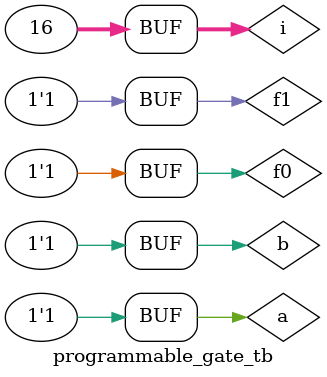
<source format=v>
module programmable_gate_tb();

  reg a, b, f0, f1;
  wire y;
  
  programmable_gate UUT1(
    .a(a),
    .b(b),
    .f0(f0),
    .f1(f1),
    .y(y)
  );
  
  integer i;
  
  initial begin
    
    f1 = 0; 
    f0 = 0;  
    a = 0;
    b = 0;
    $display("\tf1 | f0 |  A |  B | y");
    $monitor("\t %d | %d  | %d  | %d  | %d", f1, f0, a, b, y);
    for(i=1; i <16; i=i+1)
      begin
        #1
        b = 1^b;
        a = i>>1&1;
        f0 = i>>2&1;
        f1 = i>>3&1;
      end
  end

endmodule

</source>
